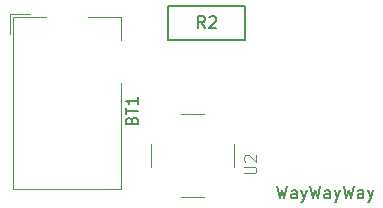
<source format=gbr>
%TF.GenerationSoftware,KiCad,Pcbnew,9.0.2-9.0.2-0~ubuntu24.04.1*%
%TF.CreationDate,2025-06-13T11:12:49-07:00*%
%TF.ProjectId,compact_photodiode_v2,636f6d70-6163-4745-9f70-686f746f6469,rev?*%
%TF.SameCoordinates,Original*%
%TF.FileFunction,Legend,Top*%
%TF.FilePolarity,Positive*%
%FSLAX46Y46*%
G04 Gerber Fmt 4.6, Leading zero omitted, Abs format (unit mm)*
G04 Created by KiCad (PCBNEW 9.0.2-9.0.2-0~ubuntu24.04.1) date 2025-06-13 11:12:49*
%MOMM*%
%LPD*%
G01*
G04 APERTURE LIST*
%ADD10C,0.150000*%
%ADD11C,0.100000*%
%ADD12C,0.152400*%
%ADD13C,0.120000*%
G04 APERTURE END LIST*
D10*
X155241541Y-125369819D02*
X155479636Y-126369819D01*
X155479636Y-126369819D02*
X155670112Y-125655533D01*
X155670112Y-125655533D02*
X155860588Y-126369819D01*
X155860588Y-126369819D02*
X156098684Y-125369819D01*
X156908207Y-126369819D02*
X156908207Y-125846009D01*
X156908207Y-125846009D02*
X156860588Y-125750771D01*
X156860588Y-125750771D02*
X156765350Y-125703152D01*
X156765350Y-125703152D02*
X156574874Y-125703152D01*
X156574874Y-125703152D02*
X156479636Y-125750771D01*
X156908207Y-126322200D02*
X156812969Y-126369819D01*
X156812969Y-126369819D02*
X156574874Y-126369819D01*
X156574874Y-126369819D02*
X156479636Y-126322200D01*
X156479636Y-126322200D02*
X156432017Y-126226961D01*
X156432017Y-126226961D02*
X156432017Y-126131723D01*
X156432017Y-126131723D02*
X156479636Y-126036485D01*
X156479636Y-126036485D02*
X156574874Y-125988866D01*
X156574874Y-125988866D02*
X156812969Y-125988866D01*
X156812969Y-125988866D02*
X156908207Y-125941247D01*
X157289160Y-125703152D02*
X157527255Y-126369819D01*
X157765350Y-125703152D02*
X157527255Y-126369819D01*
X157527255Y-126369819D02*
X157432017Y-126607914D01*
X157432017Y-126607914D02*
X157384398Y-126655533D01*
X157384398Y-126655533D02*
X157289160Y-126703152D01*
X158051065Y-125369819D02*
X158289160Y-126369819D01*
X158289160Y-126369819D02*
X158479636Y-125655533D01*
X158479636Y-125655533D02*
X158670112Y-126369819D01*
X158670112Y-126369819D02*
X158908208Y-125369819D01*
X159717731Y-126369819D02*
X159717731Y-125846009D01*
X159717731Y-125846009D02*
X159670112Y-125750771D01*
X159670112Y-125750771D02*
X159574874Y-125703152D01*
X159574874Y-125703152D02*
X159384398Y-125703152D01*
X159384398Y-125703152D02*
X159289160Y-125750771D01*
X159717731Y-126322200D02*
X159622493Y-126369819D01*
X159622493Y-126369819D02*
X159384398Y-126369819D01*
X159384398Y-126369819D02*
X159289160Y-126322200D01*
X159289160Y-126322200D02*
X159241541Y-126226961D01*
X159241541Y-126226961D02*
X159241541Y-126131723D01*
X159241541Y-126131723D02*
X159289160Y-126036485D01*
X159289160Y-126036485D02*
X159384398Y-125988866D01*
X159384398Y-125988866D02*
X159622493Y-125988866D01*
X159622493Y-125988866D02*
X159717731Y-125941247D01*
X160098684Y-125703152D02*
X160336779Y-126369819D01*
X160574874Y-125703152D02*
X160336779Y-126369819D01*
X160336779Y-126369819D02*
X160241541Y-126607914D01*
X160241541Y-126607914D02*
X160193922Y-126655533D01*
X160193922Y-126655533D02*
X160098684Y-126703152D01*
X160860589Y-125369819D02*
X161098684Y-126369819D01*
X161098684Y-126369819D02*
X161289160Y-125655533D01*
X161289160Y-125655533D02*
X161479636Y-126369819D01*
X161479636Y-126369819D02*
X161717732Y-125369819D01*
X162527255Y-126369819D02*
X162527255Y-125846009D01*
X162527255Y-125846009D02*
X162479636Y-125750771D01*
X162479636Y-125750771D02*
X162384398Y-125703152D01*
X162384398Y-125703152D02*
X162193922Y-125703152D01*
X162193922Y-125703152D02*
X162098684Y-125750771D01*
X162527255Y-126322200D02*
X162432017Y-126369819D01*
X162432017Y-126369819D02*
X162193922Y-126369819D01*
X162193922Y-126369819D02*
X162098684Y-126322200D01*
X162098684Y-126322200D02*
X162051065Y-126226961D01*
X162051065Y-126226961D02*
X162051065Y-126131723D01*
X162051065Y-126131723D02*
X162098684Y-126036485D01*
X162098684Y-126036485D02*
X162193922Y-125988866D01*
X162193922Y-125988866D02*
X162432017Y-125988866D01*
X162432017Y-125988866D02*
X162527255Y-125941247D01*
X162908208Y-125703152D02*
X163146303Y-126369819D01*
X163384398Y-125703152D02*
X163146303Y-126369819D01*
X163146303Y-126369819D02*
X163051065Y-126607914D01*
X163051065Y-126607914D02*
X163003446Y-126655533D01*
X163003446Y-126655533D02*
X162908208Y-126703152D01*
X149118333Y-111954819D02*
X148785000Y-111478628D01*
X148546905Y-111954819D02*
X148546905Y-110954819D01*
X148546905Y-110954819D02*
X148927857Y-110954819D01*
X148927857Y-110954819D02*
X149023095Y-111002438D01*
X149023095Y-111002438D02*
X149070714Y-111050057D01*
X149070714Y-111050057D02*
X149118333Y-111145295D01*
X149118333Y-111145295D02*
X149118333Y-111288152D01*
X149118333Y-111288152D02*
X149070714Y-111383390D01*
X149070714Y-111383390D02*
X149023095Y-111431009D01*
X149023095Y-111431009D02*
X148927857Y-111478628D01*
X148927857Y-111478628D02*
X148546905Y-111478628D01*
X149499286Y-111050057D02*
X149546905Y-111002438D01*
X149546905Y-111002438D02*
X149642143Y-110954819D01*
X149642143Y-110954819D02*
X149880238Y-110954819D01*
X149880238Y-110954819D02*
X149975476Y-111002438D01*
X149975476Y-111002438D02*
X150023095Y-111050057D01*
X150023095Y-111050057D02*
X150070714Y-111145295D01*
X150070714Y-111145295D02*
X150070714Y-111240533D01*
X150070714Y-111240533D02*
X150023095Y-111383390D01*
X150023095Y-111383390D02*
X149451667Y-111954819D01*
X149451667Y-111954819D02*
X150070714Y-111954819D01*
D11*
X152457419Y-124261904D02*
X153266942Y-124261904D01*
X153266942Y-124261904D02*
X153362180Y-124214285D01*
X153362180Y-124214285D02*
X153409800Y-124166666D01*
X153409800Y-124166666D02*
X153457419Y-124071428D01*
X153457419Y-124071428D02*
X153457419Y-123880952D01*
X153457419Y-123880952D02*
X153409800Y-123785714D01*
X153409800Y-123785714D02*
X153362180Y-123738095D01*
X153362180Y-123738095D02*
X153266942Y-123690476D01*
X153266942Y-123690476D02*
X152457419Y-123690476D01*
X152552657Y-123261904D02*
X152505038Y-123214285D01*
X152505038Y-123214285D02*
X152457419Y-123119047D01*
X152457419Y-123119047D02*
X152457419Y-122880952D01*
X152457419Y-122880952D02*
X152505038Y-122785714D01*
X152505038Y-122785714D02*
X152552657Y-122738095D01*
X152552657Y-122738095D02*
X152647895Y-122690476D01*
X152647895Y-122690476D02*
X152743133Y-122690476D01*
X152743133Y-122690476D02*
X152885990Y-122738095D01*
X152885990Y-122738095D02*
X153457419Y-123309523D01*
X153457419Y-123309523D02*
X153457419Y-122690476D01*
D10*
X142931009Y-119785714D02*
X142978628Y-119642857D01*
X142978628Y-119642857D02*
X143026247Y-119595238D01*
X143026247Y-119595238D02*
X143121485Y-119547619D01*
X143121485Y-119547619D02*
X143264342Y-119547619D01*
X143264342Y-119547619D02*
X143359580Y-119595238D01*
X143359580Y-119595238D02*
X143407200Y-119642857D01*
X143407200Y-119642857D02*
X143454819Y-119738095D01*
X143454819Y-119738095D02*
X143454819Y-120119047D01*
X143454819Y-120119047D02*
X142454819Y-120119047D01*
X142454819Y-120119047D02*
X142454819Y-119785714D01*
X142454819Y-119785714D02*
X142502438Y-119690476D01*
X142502438Y-119690476D02*
X142550057Y-119642857D01*
X142550057Y-119642857D02*
X142645295Y-119595238D01*
X142645295Y-119595238D02*
X142740533Y-119595238D01*
X142740533Y-119595238D02*
X142835771Y-119642857D01*
X142835771Y-119642857D02*
X142883390Y-119690476D01*
X142883390Y-119690476D02*
X142931009Y-119785714D01*
X142931009Y-119785714D02*
X142931009Y-120119047D01*
X142454819Y-119261904D02*
X142454819Y-118690476D01*
X143454819Y-118976190D02*
X142454819Y-118976190D01*
X143454819Y-117833333D02*
X143454819Y-118404761D01*
X143454819Y-118119047D02*
X142454819Y-118119047D01*
X142454819Y-118119047D02*
X142597676Y-118214285D01*
X142597676Y-118214285D02*
X142692914Y-118309523D01*
X142692914Y-118309523D02*
X142740533Y-118404761D01*
D12*
%TO.C,R2*%
X146008400Y-112935100D02*
X152561600Y-112935100D01*
X152561600Y-112935100D02*
X152561600Y-110064900D01*
X152561600Y-110064900D02*
X146008400Y-110064900D01*
X146008400Y-110064900D02*
X146008400Y-112935100D01*
D11*
%TO.C,U2*%
X144560000Y-123740000D02*
X144560000Y-121740000D01*
X147060000Y-119240000D02*
X149060000Y-119240000D01*
X147060000Y-126240000D02*
X149060000Y-126240000D01*
X151560000Y-123740000D02*
X151560000Y-121740000D01*
D13*
%TO.C,BT1*%
X132610000Y-110760000D02*
X134350000Y-110760000D01*
X132610000Y-112500000D02*
X132610000Y-110760000D01*
X132850000Y-111000000D02*
X135650000Y-111000000D01*
X132850000Y-125600000D02*
X132850000Y-111000000D01*
X139250000Y-111000000D02*
X142050000Y-111000000D01*
X142050000Y-111000000D02*
X142050000Y-113000000D01*
X142050000Y-116600000D02*
X142050000Y-125600000D01*
X142050000Y-125600000D02*
X132850000Y-125600000D01*
%TD*%
M02*

</source>
